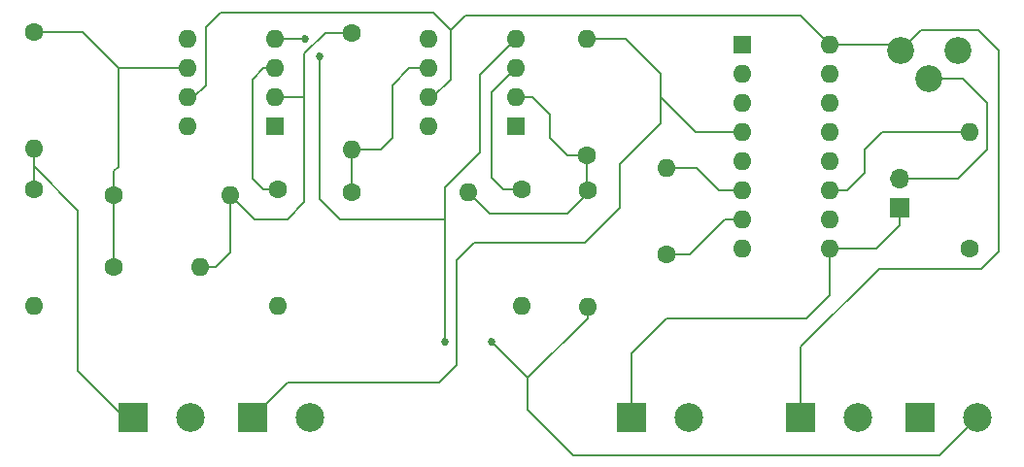
<source format=gbr>
G04 #@! TF.FileFunction,Copper,L1,Top,Signal*
%FSLAX46Y46*%
G04 Gerber Fmt 4.6, Leading zero omitted, Abs format (unit mm)*
G04 Created by KiCad (PCBNEW 4.0.6) date 09/01/17 13:25:39*
%MOMM*%
%LPD*%
G01*
G04 APERTURE LIST*
%ADD10C,0.100000*%
%ADD11R,2.500000X2.500000*%
%ADD12C,2.500000*%
%ADD13C,1.600000*%
%ADD14O,1.600000X1.600000*%
%ADD15R,1.700000X1.700000*%
%ADD16O,1.700000X1.700000*%
%ADD17R,1.600000X1.600000*%
%ADD18C,2.340000*%
%ADD19C,0.685800*%
%ADD20C,0.152400*%
G04 APERTURE END LIST*
D10*
D11*
X221234000Y-148844000D03*
D12*
X226234000Y-148844000D03*
D11*
X210875000Y-148875000D03*
D12*
X215875000Y-148875000D03*
D13*
X151000000Y-135750000D03*
D14*
X158500000Y-135750000D03*
D13*
X199136000Y-134620000D03*
D14*
X199136000Y-127120000D03*
D15*
X219456000Y-130556000D03*
D16*
X219456000Y-128016000D03*
D13*
X171704000Y-115316000D03*
D14*
X171704000Y-125476000D03*
D13*
X151000000Y-129500000D03*
D14*
X161160000Y-129500000D03*
D13*
X165250000Y-129000000D03*
D14*
X165250000Y-139160000D03*
D13*
X144000000Y-115250000D03*
D14*
X144000000Y-125410000D03*
D13*
X144000000Y-129000000D03*
D14*
X144000000Y-139160000D03*
D13*
X192250000Y-126000000D03*
D14*
X192250000Y-115840000D03*
D13*
X192278000Y-129032000D03*
D14*
X192278000Y-139192000D03*
D13*
X171750000Y-129250000D03*
D14*
X181910000Y-129250000D03*
D13*
X186500000Y-129000000D03*
D14*
X186500000Y-139160000D03*
D13*
X225552000Y-134112000D03*
D14*
X225552000Y-123952000D03*
D17*
X205740000Y-116332000D03*
D14*
X213360000Y-134112000D03*
X205740000Y-118872000D03*
X213360000Y-131572000D03*
X205740000Y-121412000D03*
X213360000Y-129032000D03*
X205740000Y-123952000D03*
X213360000Y-126492000D03*
X205740000Y-126492000D03*
X213360000Y-123952000D03*
X205740000Y-129032000D03*
X213360000Y-121412000D03*
X205740000Y-131572000D03*
X213360000Y-118872000D03*
X205740000Y-134112000D03*
X213360000Y-116332000D03*
D17*
X186000000Y-123500000D03*
D14*
X178380000Y-115880000D03*
X186000000Y-120960000D03*
X178380000Y-118420000D03*
X186000000Y-118420000D03*
X178380000Y-120960000D03*
X186000000Y-115880000D03*
X178380000Y-123500000D03*
D17*
X165000000Y-123500000D03*
D14*
X157380000Y-115880000D03*
X165000000Y-120960000D03*
X157380000Y-118420000D03*
X165000000Y-118420000D03*
X157380000Y-120960000D03*
X165000000Y-115880000D03*
X157380000Y-123500000D03*
D11*
X196088000Y-148844000D03*
D12*
X201088000Y-148844000D03*
D11*
X163068000Y-148844000D03*
D12*
X168068000Y-148844000D03*
D11*
X152654000Y-148844000D03*
D12*
X157654000Y-148844000D03*
D18*
X219536000Y-116840000D03*
X222036000Y-119340000D03*
X224536000Y-116840000D03*
D19*
X168910000Y-117348000D03*
X167640000Y-115824000D03*
X179832000Y-142240000D03*
X183896000Y-142240000D03*
D20*
X180340000Y-115062000D02*
X181610000Y-113792000D01*
X210820000Y-113792000D02*
X213360000Y-116332000D01*
X181610000Y-113792000D02*
X210820000Y-113792000D01*
X157380000Y-120960000D02*
X157932000Y-120960000D01*
X157932000Y-120960000D02*
X159004000Y-119888000D01*
X159004000Y-119888000D02*
X159004000Y-114808000D01*
X159004000Y-114808000D02*
X160274000Y-113538000D01*
X160274000Y-113538000D02*
X178816000Y-113538000D01*
X178816000Y-113538000D02*
X180340000Y-115062000D01*
X178380000Y-120960000D02*
X178760000Y-120960000D01*
X178760000Y-120960000D02*
X180340000Y-119380000D01*
X180340000Y-119380000D02*
X180340000Y-115062000D01*
X210875000Y-148875000D02*
X210875000Y-142693000D01*
X221314000Y-115062000D02*
X219536000Y-116840000D01*
X226314000Y-115062000D02*
X221314000Y-115062000D01*
X228092000Y-116840000D02*
X226314000Y-115062000D01*
X228092000Y-134366000D02*
X228092000Y-116840000D01*
X226568000Y-135890000D02*
X228092000Y-134366000D01*
X217678000Y-135890000D02*
X226568000Y-135890000D01*
X210875000Y-142693000D02*
X217678000Y-135890000D01*
X213360000Y-116332000D02*
X219028000Y-116332000D01*
X219028000Y-116332000D02*
X219536000Y-116840000D01*
X187071000Y-145415000D02*
X187071000Y-148209000D01*
X222932000Y-152146000D02*
X226234000Y-148844000D01*
X191008000Y-152146000D02*
X222932000Y-152146000D01*
X187071000Y-148209000D02*
X191008000Y-152146000D01*
X165000000Y-115880000D02*
X167584000Y-115880000D01*
X179832000Y-131572000D02*
X179832000Y-131318000D01*
X170688000Y-131572000D02*
X179832000Y-131572000D01*
X168910000Y-129794000D02*
X170688000Y-131572000D01*
X168910000Y-117348000D02*
X168910000Y-129794000D01*
X167584000Y-115880000D02*
X167640000Y-115824000D01*
X192278000Y-139192000D02*
X192278000Y-140208000D01*
X192278000Y-140208000D02*
X187071000Y-145415000D01*
X182880000Y-119000000D02*
X186000000Y-115880000D01*
X182880000Y-125730000D02*
X182880000Y-119000000D01*
X179832000Y-128778000D02*
X182880000Y-125730000D01*
X179832000Y-140970000D02*
X179832000Y-131318000D01*
X179832000Y-131318000D02*
X179832000Y-128778000D01*
X179832000Y-142240000D02*
X179832000Y-140970000D01*
X187071000Y-145415000D02*
X183896000Y-142240000D01*
X151000000Y-135750000D02*
X151000000Y-129500000D01*
X151384000Y-118364000D02*
X151384000Y-127000000D01*
X151000000Y-127384000D02*
X151000000Y-129500000D01*
X151384000Y-127000000D02*
X151000000Y-127384000D01*
X157324000Y-118364000D02*
X151384000Y-118364000D01*
X148270000Y-115250000D02*
X151384000Y-118364000D01*
X148270000Y-115250000D02*
X144000000Y-115250000D01*
X157324000Y-118364000D02*
X157380000Y-118420000D01*
X165000000Y-120960000D02*
X165056000Y-120904000D01*
X165056000Y-120904000D02*
X167584000Y-120904000D01*
X167584000Y-120960000D02*
X167584000Y-120904000D01*
X167584000Y-120904000D02*
X167584000Y-117150000D01*
X169418000Y-115316000D02*
X171704000Y-115316000D01*
X167584000Y-117150000D02*
X169418000Y-115316000D01*
X167584000Y-120960000D02*
X167584000Y-130104000D01*
X163232000Y-131572000D02*
X161160000Y-129500000D01*
X166116000Y-131572000D02*
X163232000Y-131572000D01*
X167584000Y-130104000D02*
X166116000Y-131572000D01*
X161160000Y-129500000D02*
X161160000Y-134496000D01*
X161160000Y-134496000D02*
X159906000Y-135750000D01*
X159906000Y-135750000D02*
X158500000Y-135750000D01*
X199136000Y-134620000D02*
X201168000Y-134620000D01*
X204216000Y-131572000D02*
X205740000Y-131572000D01*
X201168000Y-134620000D02*
X204216000Y-131572000D01*
X199136000Y-127120000D02*
X201796000Y-127120000D01*
X203708000Y-129032000D02*
X205740000Y-129032000D01*
X201796000Y-127120000D02*
X203708000Y-129032000D01*
X219456000Y-128016000D02*
X224536000Y-128016000D01*
X225004000Y-119340000D02*
X222036000Y-119340000D01*
X227076000Y-121412000D02*
X225004000Y-119340000D01*
X227076000Y-125476000D02*
X227076000Y-121412000D01*
X224536000Y-128016000D02*
X227076000Y-125476000D01*
X178380000Y-118420000D02*
X176728000Y-118420000D01*
X174244000Y-125476000D02*
X171704000Y-125476000D01*
X175260000Y-124460000D02*
X174244000Y-125476000D01*
X175260000Y-119888000D02*
X175260000Y-124460000D01*
X176728000Y-118420000D02*
X175260000Y-119888000D01*
X171704000Y-125476000D02*
X171704000Y-129204000D01*
X171704000Y-129204000D02*
X171750000Y-129250000D01*
X165000000Y-118420000D02*
X164028000Y-118420000D01*
X164052000Y-129000000D02*
X165250000Y-129000000D01*
X163068000Y-128016000D02*
X164052000Y-129000000D01*
X163068000Y-119380000D02*
X163068000Y-128016000D01*
X164028000Y-118420000D02*
X163068000Y-119380000D01*
X192250000Y-126000000D02*
X192250000Y-129004000D01*
X192250000Y-129004000D02*
X192278000Y-129032000D01*
X192278000Y-129032000D02*
X192278000Y-129286000D01*
X192278000Y-129286000D02*
X190500000Y-131064000D01*
X190500000Y-131064000D02*
X183724000Y-131064000D01*
X183724000Y-131064000D02*
X181910000Y-129250000D01*
X186000000Y-120960000D02*
X187508000Y-120960000D01*
X190516000Y-126000000D02*
X192250000Y-126000000D01*
X188976000Y-124460000D02*
X190516000Y-126000000D01*
X188976000Y-122428000D02*
X188976000Y-124460000D01*
X187508000Y-120960000D02*
X188976000Y-122428000D01*
X186500000Y-129000000D02*
X184944000Y-129000000D01*
X183896000Y-120524000D02*
X186000000Y-118420000D01*
X183896000Y-127952000D02*
X183896000Y-120524000D01*
X184944000Y-129000000D02*
X183896000Y-127952000D01*
X213360000Y-129032000D02*
X214884000Y-129032000D01*
X217932000Y-123952000D02*
X225552000Y-123952000D01*
X216408000Y-125476000D02*
X217932000Y-123952000D01*
X216408000Y-127508000D02*
X216408000Y-125476000D01*
X214884000Y-129032000D02*
X216408000Y-127508000D01*
X213360000Y-134112000D02*
X213360000Y-138176000D01*
X196088000Y-143256000D02*
X196088000Y-148844000D01*
X199136000Y-140208000D02*
X196088000Y-143256000D01*
X211328000Y-140208000D02*
X199136000Y-140208000D01*
X213360000Y-138176000D02*
X211328000Y-140208000D01*
X219456000Y-130556000D02*
X219456000Y-132080000D01*
X217424000Y-134112000D02*
X213360000Y-134112000D01*
X219456000Y-132080000D02*
X217424000Y-134112000D01*
X152654000Y-148844000D02*
X151892000Y-148844000D01*
X151892000Y-148844000D02*
X147828000Y-144780000D01*
X147828000Y-144780000D02*
X147828000Y-130810000D01*
X147828000Y-130810000D02*
X144000000Y-126982000D01*
X144000000Y-125410000D02*
X144000000Y-126982000D01*
X144000000Y-126982000D02*
X144000000Y-129000000D01*
X198628000Y-120904000D02*
X198628000Y-123190000D01*
X166116000Y-145796000D02*
X163068000Y-148844000D01*
X179324000Y-145796000D02*
X166116000Y-145796000D01*
X180848000Y-144272000D02*
X179324000Y-145796000D01*
X180848000Y-135128000D02*
X180848000Y-144272000D01*
X182372000Y-133604000D02*
X180848000Y-135128000D01*
X192024000Y-133604000D02*
X182372000Y-133604000D01*
X195072000Y-130556000D02*
X192024000Y-133604000D01*
X195072000Y-126746000D02*
X195072000Y-130556000D01*
X198628000Y-123190000D02*
X195072000Y-126746000D01*
X192250000Y-115840000D02*
X195596000Y-115840000D01*
X201676000Y-123952000D02*
X205740000Y-123952000D01*
X198628000Y-120904000D02*
X201676000Y-123952000D01*
X198628000Y-118872000D02*
X198628000Y-120904000D01*
X195596000Y-115840000D02*
X198628000Y-118872000D01*
M02*

</source>
